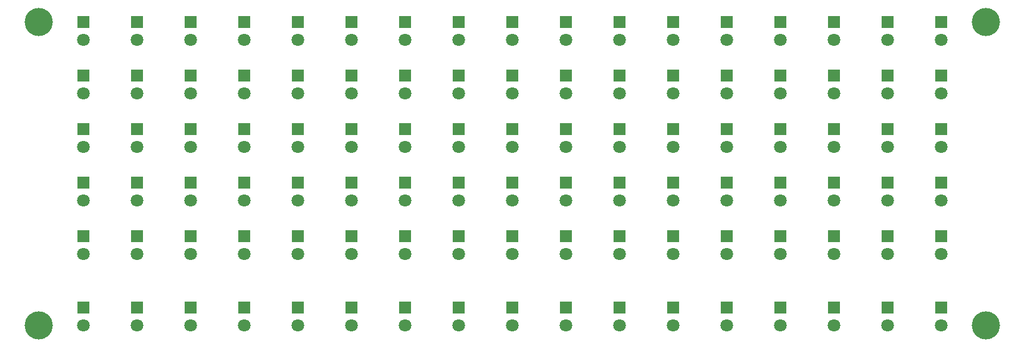
<source format=gbs>
G04 #@! TF.GenerationSoftware,KiCad,Pcbnew,8.0.5*
G04 #@! TF.CreationDate,2024-09-27T15:57:36+03:00*
G04 #@! TF.ProjectId,SuperClockMatrix,53757065-7243-46c6-9f63-6b4d61747269,rev?*
G04 #@! TF.SameCoordinates,Original*
G04 #@! TF.FileFunction,Soldermask,Bot*
G04 #@! TF.FilePolarity,Negative*
%FSLAX46Y46*%
G04 Gerber Fmt 4.6, Leading zero omitted, Abs format (unit mm)*
G04 Created by KiCad (PCBNEW 8.0.5) date 2024-09-27 15:57:36*
%MOMM*%
%LPD*%
G01*
G04 APERTURE LIST*
%ADD10R,1.800000X1.800000*%
%ADD11C,1.800000*%
%ADD12C,4.000000*%
G04 APERTURE END LIST*
D10*
X134620000Y-73660000D03*
D11*
X134620000Y-76200000D03*
D10*
X73660000Y-66040000D03*
D11*
X73660000Y-68580000D03*
D10*
X157480000Y-73660000D03*
D11*
X157480000Y-76200000D03*
D10*
X149860000Y-91440000D03*
D11*
X149860000Y-93980000D03*
D12*
X201930000Y-50800000D03*
D10*
X119380000Y-58420000D03*
D11*
X119380000Y-60960000D03*
D10*
X187960000Y-81280000D03*
D11*
X187960000Y-83820000D03*
D10*
X104140000Y-58420000D03*
D11*
X104140000Y-60960000D03*
D10*
X111760000Y-81280000D03*
D11*
X111760000Y-83820000D03*
D10*
X157480000Y-50800000D03*
D11*
X157480000Y-53340000D03*
D10*
X88900000Y-66040000D03*
D11*
X88900000Y-68580000D03*
D10*
X180340000Y-58420000D03*
D11*
X180340000Y-60960000D03*
D10*
X96520000Y-91440000D03*
D11*
X96520000Y-93980000D03*
D10*
X172720000Y-81280000D03*
D11*
X172720000Y-83820000D03*
D10*
X165100000Y-81280000D03*
D11*
X165100000Y-83820000D03*
D10*
X81280000Y-91440000D03*
D11*
X81280000Y-93980000D03*
D10*
X172720000Y-58420000D03*
D11*
X172720000Y-60960000D03*
D10*
X104140000Y-66040000D03*
D11*
X104140000Y-68580000D03*
D10*
X119380000Y-50800000D03*
D11*
X119380000Y-53340000D03*
D10*
X187960000Y-66040000D03*
D11*
X187960000Y-68580000D03*
D10*
X165100000Y-58420000D03*
D11*
X165100000Y-60960000D03*
D10*
X127000000Y-58420000D03*
D11*
X127000000Y-60960000D03*
D10*
X180340000Y-66040000D03*
D11*
X180340000Y-68580000D03*
D10*
X187960000Y-50800000D03*
D11*
X187960000Y-53340000D03*
D10*
X88900000Y-73660000D03*
D11*
X88900000Y-76200000D03*
D10*
X73660000Y-91440000D03*
D11*
X73660000Y-93980000D03*
D10*
X172720000Y-66040000D03*
D11*
X172720000Y-68580000D03*
D10*
X157480000Y-81280000D03*
D11*
X157480000Y-83820000D03*
D10*
X73660000Y-58420000D03*
D11*
X73660000Y-60960000D03*
D10*
X195580000Y-58420000D03*
D11*
X195580000Y-60960000D03*
D10*
X96520000Y-81280000D03*
D11*
X96520000Y-83820000D03*
D10*
X180340000Y-50800000D03*
D11*
X180340000Y-53340000D03*
D10*
X88900000Y-58420000D03*
D11*
X88900000Y-60960000D03*
D10*
X119380000Y-66040000D03*
D11*
X119380000Y-68580000D03*
D10*
X180340000Y-73660000D03*
D11*
X180340000Y-76200000D03*
D10*
X134620000Y-66040000D03*
D11*
X134620000Y-68580000D03*
D12*
X201930000Y-93980000D03*
D10*
X127000000Y-66040000D03*
D11*
X127000000Y-68580000D03*
D10*
X165100000Y-73660000D03*
D11*
X165100000Y-76200000D03*
D10*
X134620000Y-91440000D03*
D11*
X134620000Y-93980000D03*
D10*
X96520000Y-73660000D03*
D11*
X96520000Y-76200000D03*
D10*
X81280000Y-81280000D03*
D11*
X81280000Y-83820000D03*
D10*
X149860000Y-81280000D03*
D11*
X149860000Y-83820000D03*
D10*
X165100000Y-50800000D03*
D11*
X165100000Y-53340000D03*
D10*
X172720000Y-50800000D03*
D11*
X172720000Y-53340000D03*
D10*
X111760000Y-66040000D03*
D11*
X111760000Y-68580000D03*
D10*
X104140000Y-73660000D03*
D11*
X104140000Y-76200000D03*
D10*
X127000000Y-81280000D03*
D11*
X127000000Y-83820000D03*
D10*
X180340000Y-81280000D03*
D11*
X180340000Y-83820000D03*
D10*
X127000000Y-73660000D03*
D11*
X127000000Y-76200000D03*
D10*
X111760000Y-58420000D03*
D11*
X111760000Y-60960000D03*
D10*
X195580000Y-73660000D03*
D11*
X195580000Y-76200000D03*
D10*
X81280000Y-73660000D03*
D11*
X81280000Y-76200000D03*
D10*
X88900000Y-50800000D03*
D11*
X88900000Y-53340000D03*
D10*
X157480000Y-91440000D03*
D11*
X157480000Y-93980000D03*
D10*
X195580000Y-50800000D03*
D11*
X195580000Y-53340000D03*
D10*
X149860000Y-66040000D03*
D11*
X149860000Y-68580000D03*
D10*
X149860000Y-50800000D03*
D11*
X149860000Y-53340000D03*
D10*
X134620000Y-58420000D03*
D11*
X134620000Y-60960000D03*
D10*
X195580000Y-66040000D03*
D11*
X195580000Y-68580000D03*
D10*
X142240000Y-50800000D03*
D11*
X142240000Y-53340000D03*
D10*
X157480000Y-66040000D03*
D11*
X157480000Y-68580000D03*
D10*
X172720000Y-73660000D03*
D11*
X172720000Y-76200000D03*
D10*
X96520000Y-58420000D03*
D11*
X96520000Y-60960000D03*
D10*
X119380000Y-91440000D03*
D11*
X119380000Y-93980000D03*
D12*
X67310000Y-93980000D03*
D10*
X149860000Y-58420000D03*
D11*
X149860000Y-60960000D03*
D10*
X195580000Y-81280000D03*
D11*
X195580000Y-83820000D03*
D10*
X81280000Y-66040000D03*
D11*
X81280000Y-68580000D03*
D10*
X142240000Y-73660000D03*
D11*
X142240000Y-76200000D03*
D10*
X172720000Y-91440000D03*
D11*
X172720000Y-93980000D03*
D10*
X165100000Y-91440000D03*
D11*
X165100000Y-93980000D03*
D10*
X81280000Y-50800000D03*
D11*
X81280000Y-53340000D03*
D10*
X187960000Y-58420000D03*
D11*
X187960000Y-60960000D03*
D10*
X119380000Y-73660000D03*
D11*
X119380000Y-76200000D03*
D10*
X187960000Y-73660000D03*
D11*
X187960000Y-76200000D03*
D10*
X73660000Y-50800000D03*
D11*
X73660000Y-53340000D03*
D10*
X134620000Y-50800000D03*
D11*
X134620000Y-53340000D03*
D10*
X157480000Y-58420000D03*
D11*
X157480000Y-60960000D03*
D10*
X73660000Y-73660000D03*
D11*
X73660000Y-76200000D03*
D10*
X88900000Y-81280000D03*
D11*
X88900000Y-83820000D03*
D10*
X104140000Y-91440000D03*
D11*
X104140000Y-93980000D03*
D10*
X96520000Y-50800000D03*
D11*
X96520000Y-53340000D03*
D10*
X142240000Y-58420000D03*
D11*
X142240000Y-60960000D03*
D10*
X187960000Y-91440000D03*
D11*
X187960000Y-93980000D03*
D10*
X96520000Y-66040000D03*
D11*
X96520000Y-68580000D03*
D10*
X111760000Y-50800000D03*
D11*
X111760000Y-53340000D03*
D10*
X134620000Y-81280000D03*
D11*
X134620000Y-83820000D03*
D10*
X119380000Y-81280000D03*
D11*
X119380000Y-83820000D03*
D10*
X111760000Y-73660000D03*
D11*
X111760000Y-76200000D03*
D10*
X195580000Y-91440000D03*
D11*
X195580000Y-93980000D03*
D10*
X142240000Y-91440000D03*
D11*
X142240000Y-93980000D03*
D10*
X104140000Y-50800000D03*
D11*
X104140000Y-53340000D03*
D10*
X142240000Y-81280000D03*
D11*
X142240000Y-83820000D03*
D12*
X67310000Y-50800000D03*
D10*
X165100000Y-66040000D03*
D11*
X165100000Y-68580000D03*
D10*
X81280000Y-58420000D03*
D11*
X81280000Y-60960000D03*
D10*
X127000000Y-91440000D03*
D11*
X127000000Y-93980000D03*
D10*
X73660000Y-81280000D03*
D11*
X73660000Y-83820000D03*
D10*
X127000000Y-50800000D03*
D11*
X127000000Y-53340000D03*
D10*
X104140000Y-81280000D03*
D11*
X104140000Y-83820000D03*
D10*
X88900000Y-91440000D03*
D11*
X88900000Y-93980000D03*
D10*
X149860000Y-73660000D03*
D11*
X149860000Y-76200000D03*
D10*
X142240000Y-66040000D03*
D11*
X142240000Y-68580000D03*
D10*
X180340000Y-91440000D03*
D11*
X180340000Y-93980000D03*
D10*
X111760000Y-91440000D03*
D11*
X111760000Y-93980000D03*
M02*

</source>
